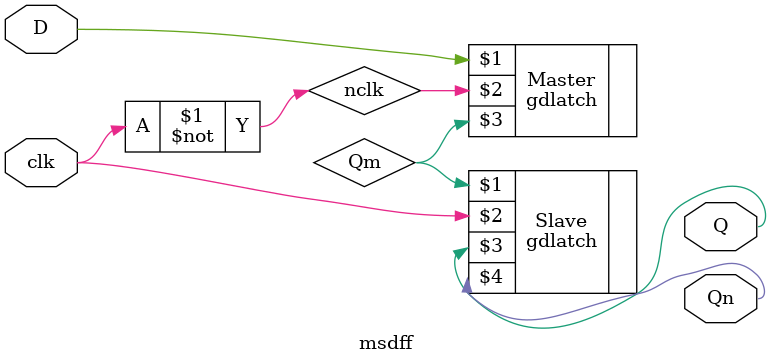
<source format=sv>
module msdff (input logic D,
				  input logic clk,
				  output logic Q,
				  output logic Qn);
logic Qm,nclk;
assign nclk = ~clk;
gdlatch Master(D,nclk,Qm);
gdlatch Slave(Qm,clk,Q,Qn);
endmodule

</source>
